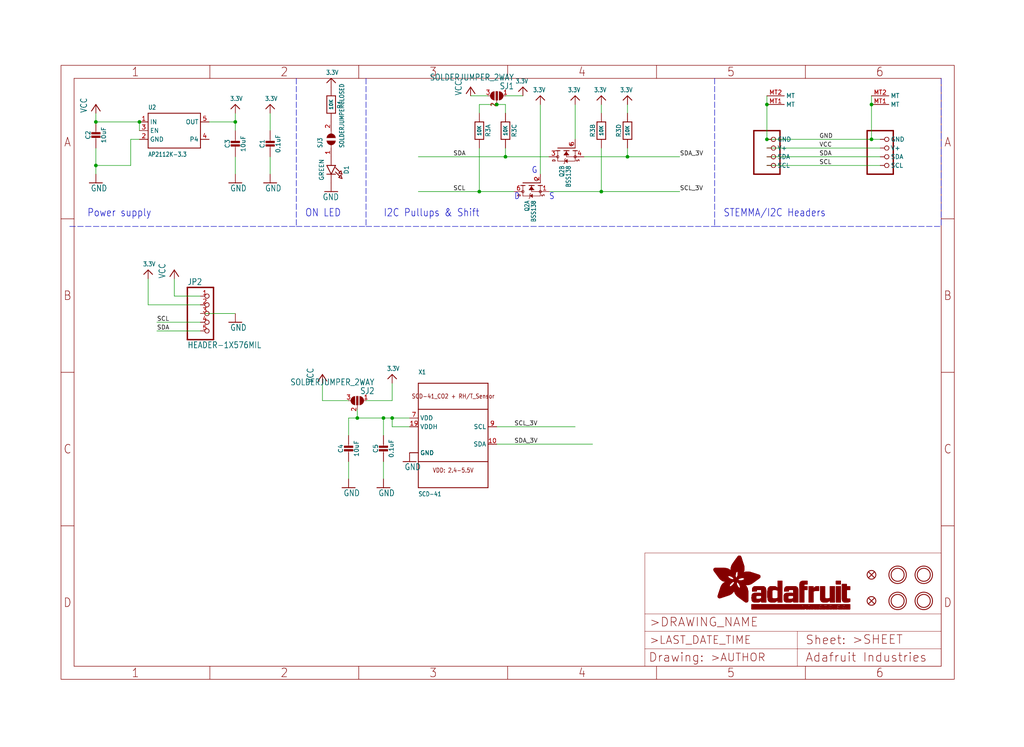
<source format=kicad_sch>
(kicad_sch (version 20211123) (generator eeschema)
  (paper "User" 298.45 217.881)
  (lib_symbols
    (symbol "eagleSchem-eagle-import:3.3V" (power)
      (property "Value" "3.3V" (at -1.524 1.016 0))
      (symbol "3.3V_1_0"
        (pin power_in line (at 0 -2.54 90) (length 2.54) (name "3.3V") (number "1"))
      )
    )
    (symbol "eagleSchem-eagle-import:CAP_CERAMIC0603_NO"
      (property "Reference" "C" (at -2.29 1.25 90))
      (property "Value" "CAP_CERAMIC0603_NO" (at 2.3 1.25 90))
      (symbol "CAP_CERAMIC0603_NO_1_0"
        (pin passive line (at 0 5.08 270) (length 2.54) (name "1") (number "1"))
        (pin passive line (at 0 -2.54 90) (length 2.54) (name "2") (number "2"))
      )
    )
    (symbol "eagleSchem-eagle-import:CAP_CERAMIC0805-NOOUTLINE"
      (property "Reference" "C" (at -2.29 1.25 90))
      (property "Value" "CAP_CERAMIC0805-NOOUTLINE" (at 2.3 1.25 90))
      (symbol "CAP_CERAMIC0805-NOOUTLINE_1_0"
        (pin passive line (at 0 5.08 270) (length 2.54) (name "1") (number "1"))
        (pin passive line (at 0 -2.54 90) (length 2.54) (name "2") (number "2"))
      )
    )
    (symbol "eagleSchem-eagle-import:FIDUCIAL_1MM")
    (symbol "eagleSchem-eagle-import:FRAME_A4_ADAFRUIT"
      (symbol "FRAME_A4_ADAFRUIT_0_0"
        (text "1" (at 21.6958 1.905 0) (effects (font (size 2.54 2.286))))
        (text "1" (at 21.6958 177.165 0) (effects (font (size 2.54 2.286))))
        (text "2" (at 65.0875 1.905 0) (effects (font (size 2.54 2.286))))
        (text "2" (at 65.0875 177.165 0) (effects (font (size 2.54 2.286))))
        (text "3" (at 108.4792 1.905 0) (effects (font (size 2.54 2.286))))
        (text "3" (at 108.4792 177.165 0) (effects (font (size 2.54 2.286))))
        (text "4" (at 151.8708 1.905 0) (effects (font (size 2.54 2.286))))
        (text "4" (at 151.8708 177.165 0) (effects (font (size 2.54 2.286))))
        (text "5" (at 195.2625 1.905 0) (effects (font (size 2.54 2.286))))
        (text "5" (at 195.2625 177.165 0) (effects (font (size 2.54 2.286))))
        (text "6" (at 238.6542 1.905 0) (effects (font (size 2.54 2.286))))
        (text "6" (at 238.6542 177.165 0) (effects (font (size 2.54 2.286))))
        (text "A" (at 1.905 156.6863 0) (effects (font (size 2.54 2.286))))
        (text "A" (at 258.445 156.6863 0) (effects (font (size 2.54 2.286))))
        (text "B" (at 1.905 111.9188 0) (effects (font (size 2.54 2.286))))
        (text "B" (at 258.445 111.9188 0) (effects (font (size 2.54 2.286))))
        (text "C" (at 1.905 67.1513 0) (effects (font (size 2.54 2.286))))
        (text "C" (at 258.445 67.1513 0) (effects (font (size 2.54 2.286))))
        (text "D" (at 1.905 22.3838 0) (effects (font (size 2.54 2.286))))
        (text "D" (at 258.445 22.3838 0) (effects (font (size 2.54 2.286))))
      )
      (symbol "FRAME_A4_ADAFRUIT_1_0"
        (text ">AUTHOR" (at 189.23 5.08 0) (effects (font (size 2.286 2.286)) (justify left bottom)))
        (text ">DRAWING_NAME" (at 171.45 15.24 0) (effects (font (size 2.54 2.54)) (justify left bottom)))
        (text ">LAST_DATE_TIME" (at 171.45 10.16 0) (effects (font (size 2.286 2.286)) (justify left bottom)))
        (text ">SHEET" (at 230.505 10.16 0) (effects (font (size 2.54 2.54)) (justify left bottom)))
        (text "Adafruit Industries" (at 216.916 4.953 0) (effects (font (size 2.54 2.54)) (justify left bottom)))
        (text "Drawing:" (at 171.196 4.953 0) (effects (font (size 2.54 2.54)) (justify left bottom)))
        (text "Sheet:" (at 216.916 10.033 0) (effects (font (size 2.54 2.54)) (justify left bottom)))
      )
    )
    (symbol "eagleSchem-eagle-import:GND" (power)
      (property "Value" "GND" (at -2.54 -2.54 0))
      (symbol "GND_1_0"
        (pin power_in line (at 0 2.54 270) (length 2.54) (name "GND") (number "1"))
      )
    )
    (symbol "eagleSchem-eagle-import:HEADER-1X576MIL"
      (property "Reference" "JP" (at -6.35 8.255 0))
      (property "Value" "HEADER-1X576MIL" (at -6.35 -10.16 0))
      (symbol "HEADER-1X576MIL_1_0"
        (pin passive inverted (at -2.54 5.08 0) (length 2.54) (name "1") (number "1"))
        (pin passive inverted (at -2.54 2.54 0) (length 2.54) (name "2") (number "2"))
        (pin passive inverted (at -2.54 0 0) (length 2.54) (name "3") (number "3"))
        (pin passive inverted (at -2.54 -2.54 0) (length 2.54) (name "4") (number "4"))
        (pin passive inverted (at -2.54 -5.08 0) (length 2.54) (name "5") (number "5"))
      )
    )
    (symbol "eagleSchem-eagle-import:LED0603_NOOUTLINE"
      (property "Reference" "D" (at -1.27 4.445 0))
      (property "Value" "LED0603_NOOUTLINE" (at -1.27 -2.794 0))
      (symbol "LED0603_NOOUTLINE_1_0"
        (pin passive line (at -5.08 0 0) (length 2.54) (name "A") (number "A"))
        (pin passive line (at 2.54 0 180) (length 2.54) (name "C") (number "C"))
      )
    )
    (symbol "eagleSchem-eagle-import:MOSFET-N_DUAL"
      (property "Reference" "Q" (at 5.08 0.635 0))
      (property "Value" "MOSFET-N_DUAL" (at 5.08 -1.27 0))
      (symbol "MOSFET-N_DUAL_1_0"
        (text "D" (at 3.175 3.175 0) (effects (font (size 0.8128 0.6908)) (justify left bottom)))
        (text "G" (at -1.27 -1.905 0) (effects (font (size 0.8128 0.6908)) (justify left bottom)))
        (text "S" (at 3.175 -3.81 0) (effects (font (size 0.8128 0.6908)) (justify left bottom)))
        (pin bidirectional line (at 2.54 -5.08 90) (length 2.54) (name "S") (number "1"))
        (pin bidirectional line (at -2.54 -2.54 0) (length 2.54) (name "G") (number "2"))
        (pin bidirectional line (at 2.54 5.08 270) (length 2.54) (name "D") (number "6"))
      )
      (symbol "MOSFET-N_DUAL_2_0"
        (text "D" (at 3.175 3.175 0) (effects (font (size 0.8128 0.6908)) (justify left bottom)))
        (text "G" (at -1.27 -1.905 0) (effects (font (size 0.8128 0.6908)) (justify left bottom)))
        (text "S" (at 3.175 -3.81 0) (effects (font (size 0.8128 0.6908)) (justify left bottom)))
        (pin bidirectional line (at 2.54 5.08 270) (length 2.54) (name "D") (number "3"))
        (pin bidirectional line (at 2.54 -5.08 90) (length 2.54) (name "S") (number "4"))
        (pin bidirectional line (at -2.54 -2.54 0) (length 2.54) (name "G") (number "5"))
      )
    )
    (symbol "eagleSchem-eagle-import:MOUNTINGHOLE3.0THIN")
    (symbol "eagleSchem-eagle-import:RESISTOR_0603_NOOUT"
      (property "Reference" "R" (at 0 2.54 0))
      (property "Value" "RESISTOR_0603_NOOUT" (at 0 0 0))
      (symbol "RESISTOR_0603_NOOUT_1_0"
        (pin passive line (at -5.08 0 0) (length 2.54) (name "1") (number "1"))
        (pin passive line (at 5.08 0 180) (length 2.54) (name "2") (number "2"))
      )
    )
    (symbol "eagleSchem-eagle-import:RESISTOR_4PACK"
      (property "Reference" "R" (at 0 2.54 0))
      (property "Value" "RESISTOR_4PACK" (at 0 0 0))
      (symbol "RESISTOR_4PACK_1_0"
        (pin passive line (at -5.08 0 0) (length 2.54) (name "1") (number "1"))
        (pin passive line (at 5.08 0 180) (length 2.54) (name "2") (number "8"))
      )
      (symbol "RESISTOR_4PACK_2_0"
        (pin passive line (at -5.08 0 0) (length 2.54) (name "1") (number "2"))
        (pin passive line (at 5.08 0 180) (length 2.54) (name "2") (number "7"))
      )
      (symbol "RESISTOR_4PACK_3_0"
        (pin passive line (at -5.08 0 0) (length 2.54) (name "1") (number "3"))
        (pin passive line (at 5.08 0 180) (length 2.54) (name "2") (number "6"))
      )
      (symbol "RESISTOR_4PACK_4_0"
        (pin passive line (at -5.08 0 0) (length 2.54) (name "1") (number "4"))
        (pin passive line (at 5.08 0 180) (length 2.54) (name "2") (number "5"))
      )
    )
    (symbol "eagleSchem-eagle-import:SCD-41"
      (property "Reference" "X" (at -10.16 17.78 0))
      (property "Value" "SCD-41" (at -10.16 -17.78 0))
      (symbol "SCD-41_1_0"
        (text "SCD-41_CO2 + RH/T_Sensor" (at 0 11.43 0) (effects (font (size 1.27 1.0795))))
        (text "VDD: 2.4-5.5V" (at 0 -10.16 0) (effects (font (size 1.27 1.0795))))
        (pin bidirectional line (at 12.7 -2.54 180) (length 2.54) (name "SDA") (number "10"))
        (pin power_in line (at -12.7 2.54 0) (length 2.54) (name "VDDH") (number "19"))
        (pin power_in line (at -12.7 -5.08 0) (length 2.54) (name "GND") (number "20"))
        (pin power_in line (at -12.7 -5.08 0) (length 2.54) (name "GND") (number "6"))
        (pin power_in line (at -12.7 5.08 0) (length 2.54) (name "VDD") (number "7"))
        (pin input line (at 12.7 2.54 180) (length 2.54) (name "SCL") (number "9"))
        (pin power_in line (at -12.7 -5.08 0) (length 2.54) (name "GND") (number "P$1"))
      )
    )
    (symbol "eagleSchem-eagle-import:SOLDERJUMPERCLOSED"
      (property "Reference" "SJ" (at -2.54 2.54 0))
      (property "Value" "SOLDERJUMPERCLOSED" (at -2.54 -3.81 0))
      (symbol "SOLDERJUMPERCLOSED_1_0"
        (pin passive line (at -5.08 0 0) (length 2.54) (name "1") (number "1"))
        (pin passive line (at 5.08 0 180) (length 2.54) (name "2") (number "2"))
      )
    )
    (symbol "eagleSchem-eagle-import:SOLDERJUMPER_2WAY"
      (property "Reference" "SJ" (at -5.08 -3.81 0))
      (property "Value" "SOLDERJUMPER_2WAY" (at -5.08 -6.35 0))
      (symbol "SOLDERJUMPER_2WAY_1_0"
        (pin passive line (at -2.54 0 0) (length 0) (name "1") (number "1"))
        (pin passive line (at 0 2.54 270) (length 0) (name "2") (number "2"))
        (pin passive line (at 2.54 0 180) (length 0) (name "3") (number "3"))
      )
    )
    (symbol "eagleSchem-eagle-import:STEMMA_I2C_QT"
      (symbol "STEMMA_I2C_QT_1_0"
        (pin passive inverted (at 0 5.08 0) (length 2.54) (name "GND") (number "1"))
        (pin passive inverted (at 0 2.54 0) (length 2.54) (name "V+") (number "2"))
        (pin passive inverted (at 0 0 0) (length 2.54) (name "SDA") (number "3"))
        (pin passive inverted (at 0 -2.54 0) (length 2.54) (name "SCL") (number "4"))
      )
      (symbol "STEMMA_I2C_QT_2_0"
        (pin bidirectional line (at 0 0 0) (length 5.08) (name "MT") (number "MT1"))
      )
      (symbol "STEMMA_I2C_QT_3_0"
        (pin bidirectional line (at 0 0 0) (length 5.08) (name "MT") (number "MT2"))
      )
    )
    (symbol "eagleSchem-eagle-import:VCC" (power)
      (property "Value" "VCC" (at -2.54 -2.54 90))
      (symbol "VCC_1_0"
        (pin power_in line (at 0 -2.54 90) (length 2.54) (name "VCC") (number "1"))
      )
    )
    (symbol "eagleSchem-eagle-import:VREG_SOT23-5"
      (property "Reference" "U" (at -7.62 6.096 0))
      (property "Value" "VREG_SOT23-5" (at -7.62 -7.62 0))
      (symbol "VREG_SOT23-5_1_0"
        (pin power_in line (at -10.16 2.54 0) (length 2.54) (name "IN") (number "1"))
        (pin power_in line (at -10.16 -2.54 0) (length 2.54) (name "GND") (number "2"))
        (pin input line (at -10.16 0 0) (length 2.54) (name "EN") (number "3"))
        (pin bidirectional line (at 10.16 -2.54 180) (length 2.54) (name "P4") (number "4"))
        (pin power_in line (at 10.16 2.54 180) (length 2.54) (name "OUT") (number "5"))
      )
    )
  )
  (junction (at 254 30.48))
  (junction (at 40.64 35.56))
  (junction (at 223.52 30.48))
  (junction (at 175.26 55.88))
  (junction (at 27.94 48.26))
  (junction (at 139.7 55.88))
  (junction (at 254 40.64))
  (junction (at 147.32 45.72))
  (junction (at 27.94 35.56))
  (junction (at 111.76 121.92))
  (junction (at 68.58 35.56))
  (junction (at 144.78 30.48))
  (junction (at 182.88 45.72))
  (junction (at 114.3 121.92))
  (junction (at 223.52 40.64))
  (junction (at 104.14 121.92))
  (wire (pts (xy 43.18 88.9) (xy 43.18 81.28)))
  (wire (pts (xy 182.88 43.18) (xy 182.88 45.72)))
  (wire (pts (xy 147.32 33.02) (xy 147.32 30.48)))
  (wire (pts (xy 114.3 116.84) (xy 114.3 111.76)))
  (wire (pts (xy 254 27.94) (xy 254 30.48)))
  (wire (pts (xy 223.52 27.94) (xy 223.52 30.48)))
  (polyline (pts (xy 208.28 22.86) (xy 208.28 66.04)))
  (wire (pts (xy 119.38 121.92) (xy 114.3 121.92)))
  (wire (pts (xy 68.58 35.56) (xy 68.58 33.02)))
  (wire (pts (xy 93.98 116.84) (xy 93.98 111.76)))
  (wire (pts (xy 114.3 124.46) (xy 114.3 121.92)))
  (wire (pts (xy 160.02 45.72) (xy 147.32 45.72)))
  (polyline (pts (xy 106.68 22.86) (xy 106.68 66.04)))
  (wire (pts (xy 147.32 43.18) (xy 147.32 45.72)))
  (wire (pts (xy 27.94 48.26) (xy 27.94 43.18)))
  (wire (pts (xy 142.24 27.94) (xy 137.16 27.94)))
  (wire (pts (xy 111.76 121.92) (xy 111.76 127)))
  (wire (pts (xy 182.88 45.72) (xy 198.12 45.72)))
  (wire (pts (xy 50.8 86.36) (xy 50.8 81.28)))
  (wire (pts (xy 256.54 40.64) (xy 254 40.64)))
  (wire (pts (xy 40.64 38.1) (xy 40.64 35.56)))
  (wire (pts (xy 101.6 121.92) (xy 104.14 121.92)))
  (wire (pts (xy 144.78 30.48) (xy 147.32 30.48)))
  (wire (pts (xy 254 30.48) (xy 254 40.64)))
  (polyline (pts (xy 86.36 22.86) (xy 86.36 66.04)))
  (wire (pts (xy 111.76 121.92) (xy 104.14 121.92)))
  (wire (pts (xy 101.6 116.84) (xy 93.98 116.84)))
  (polyline (pts (xy 20.32 66.04) (xy 86.36 66.04)))
  (wire (pts (xy 78.74 33.02) (xy 78.74 38.1)))
  (wire (pts (xy 144.78 30.48) (xy 139.7 30.48)))
  (wire (pts (xy 160.02 55.88) (xy 175.26 55.88)))
  (wire (pts (xy 40.64 40.64) (xy 38.1 40.64)))
  (wire (pts (xy 149.86 55.88) (xy 139.7 55.88)))
  (polyline (pts (xy 86.36 66.04) (xy 106.68 66.04)))
  (wire (pts (xy 157.48 50.8) (xy 157.48 30.48)))
  (wire (pts (xy 147.32 45.72) (xy 121.92 45.72)))
  (wire (pts (xy 27.94 48.26) (xy 27.94 50.8)))
  (wire (pts (xy 111.76 134.62) (xy 111.76 139.7)))
  (wire (pts (xy 175.26 43.18) (xy 175.26 55.88)))
  (wire (pts (xy 58.42 96.52) (xy 45.72 96.52)))
  (wire (pts (xy 101.6 134.62) (xy 101.6 139.7)))
  (wire (pts (xy 223.52 43.18) (xy 256.54 43.18)))
  (wire (pts (xy 38.1 40.64) (xy 38.1 48.26)))
  (wire (pts (xy 119.38 124.46) (xy 114.3 124.46)))
  (wire (pts (xy 144.78 124.46) (xy 167.64 124.46)))
  (wire (pts (xy 175.26 55.88) (xy 198.12 55.88)))
  (wire (pts (xy 182.88 33.02) (xy 182.88 30.48)))
  (wire (pts (xy 40.64 35.56) (xy 27.94 35.56)))
  (wire (pts (xy 223.52 48.26) (xy 256.54 48.26)))
  (wire (pts (xy 78.74 45.72) (xy 78.74 50.8)))
  (wire (pts (xy 170.18 45.72) (xy 182.88 45.72)))
  (wire (pts (xy 147.32 27.94) (xy 152.4 27.94)))
  (wire (pts (xy 139.7 55.88) (xy 121.92 55.88)))
  (wire (pts (xy 27.94 33.02) (xy 27.94 35.56)))
  (wire (pts (xy 167.64 40.64) (xy 167.64 30.48)))
  (wire (pts (xy 223.52 30.48) (xy 223.52 40.64)))
  (wire (pts (xy 58.42 88.9) (xy 43.18 88.9)))
  (wire (pts (xy 58.42 86.36) (xy 50.8 86.36)))
  (polyline (pts (xy 208.28 66.04) (xy 274.32 66.04)))
  (polyline (pts (xy 106.68 66.04) (xy 208.28 66.04)))
  (wire (pts (xy 58.42 93.98) (xy 45.72 93.98)))
  (polyline (pts (xy 274.32 22.86) (xy 274.32 66.04)))
  (wire (pts (xy 175.26 33.02) (xy 175.26 30.48)))
  (wire (pts (xy 68.58 45.72) (xy 68.58 50.8)))
  (wire (pts (xy 58.42 91.44) (xy 68.58 91.44)))
  (wire (pts (xy 256.54 45.72) (xy 223.52 45.72)))
  (wire (pts (xy 101.6 127) (xy 101.6 121.92)))
  (wire (pts (xy 60.96 35.56) (xy 68.58 35.56)))
  (wire (pts (xy 139.7 43.18) (xy 139.7 55.88)))
  (wire (pts (xy 106.68 116.84) (xy 114.3 116.84)))
  (wire (pts (xy 144.78 129.54) (xy 172.72 129.54)))
  (wire (pts (xy 139.7 30.48) (xy 139.7 33.02)))
  (wire (pts (xy 104.14 121.92) (xy 104.14 119.38)))
  (wire (pts (xy 254 40.64) (xy 223.52 40.64)))
  (wire (pts (xy 38.1 48.26) (xy 27.94 48.26)))
  (wire (pts (xy 68.58 35.56) (xy 68.58 38.1)))
  (wire (pts (xy 114.3 121.92) (xy 111.76 121.92)))
  (text "S" (at 160.02 58.42 180) (effects (font (size 1.778 1.5113)) (justify left bottom)))
  (text "G" (at 154.94 50.8 180) (effects (font (size 1.778 1.5113)) (justify left bottom)))
  (text "I2C Pullups & Shift" (at 111.76 63.5 180) (effects (font (size 2.1844 1.8567)) (justify left bottom)))
  (text "ON LED" (at 88.9 63.5 180) (effects (font (size 2.1844 1.8567)) (justify left bottom)))
  (text "STEMMA/I2C Headers" (at 210.82 63.5 180) (effects (font (size 2.1844 1.8567)) (justify left bottom)))
  (text "D" (at 149.86 58.42 180) (effects (font (size 1.778 1.5113)) (justify left bottom)))
  (text "Power supply" (at 25.4 63.5 180) (effects (font (size 2.1844 1.8567)) (justify left bottom)))
  (label "SDA" (at 45.72 96.52 0) (effects (font (size 1.2446 1.2446))))
  (label "SDA" (at 132.08 45.72 0) (effects (font (size 1.2446 1.2446))))
  (label "SCL" (at 45.72 93.98 0) (effects (font (size 1.2446 1.2446))))
  (label "SDA_3V" (at 198.12 45.72 0) (effects (font (size 1.2446 1.2446))))
  (label "SCL" (at 238.76 48.26 0) (effects (font (size 1.2446 1.2446))))
  (label "SCL_3V" (at 198.12 55.88 0) (effects (font (size 1.2446 1.2446))))
  (label "SCL" (at 132.08 55.88 0) (effects (font (size 1.2446 1.2446))))
  (label "SDA" (at 238.76 45.72 0) (effects (font (size 1.2446 1.2446))))
  (label "GND" (at 238.76 40.64 0) (effects (font (size 1.2446 1.2446))))
  (label "SCL_3V" (at 149.86 124.46 0) (effects (font (size 1.2446 1.2446))))
  (label "VCC" (at 238.76 43.18 0) (effects (font (size 1.2446 1.2446))))
  (label "SDA_3V" (at 149.86 129.54 0) (effects (font (size 1.2446 1.2446))))
  (symbol (lib_id "eagleSchem-eagle-import:3.3V") (at 68.58 30.48 0) (unit 1)
    (property "Reference" "#U$15" (effects hide))
    (property "Value" "3.3V" (at 67.056 29.464 0) (effects (font (size 1.27 1.0795)) (justify left bottom)))
    (property "Footprint" "eagleSchem:" (effects hide))
  )
  (symbol (lib_id "eagleSchem-eagle-import:CAP_CERAMIC0805-NOOUTLINE") (at 27.94 40.64 0) (unit 1)
    (property "Reference" "C2" (at 25.65 39.39 90))
    (property "Value" "10uF" (at 30.24 39.39 90))
    (property "Footprint" "eagleSchem:0805-NO" (effects hide))
  )
  (symbol (lib_id "eagleSchem-eagle-import:MOUNTINGHOLE3.0THIN") (at 261.62 167.64 0) (unit 1)
    (property "Reference" "U$17" (effects hide))
    (property "Value" "MOUNTINGHOLE3.0THIN" (effects hide))
    (property "Footprint" "eagleSchem:MOUNTINGHOLE_3.0_PLATEDTHIN" (effects hide))
  )
  (symbol (lib_id "eagleSchem-eagle-import:RESISTOR_4PACK") (at 147.32 38.1 270) (unit 3)
    (property "Reference" "R3" (at 149.86 38.1 0))
    (property "Value" "10K" (at 147.32 38.1 0) (effects (font (size 1.016 1.016) bold)))
    (property "Footprint" "eagleSchem:RESPACK_4X0603" (effects hide))
  )
  (symbol (lib_id "eagleSchem-eagle-import:CAP_CERAMIC0805-NOOUTLINE") (at 101.6 132.08 0) (unit 1)
    (property "Reference" "C4" (at 99.31 130.83 90))
    (property "Value" "10uF" (at 103.9 130.83 90))
    (property "Footprint" "eagleSchem:0805-NO" (effects hide))
  )
  (symbol (lib_id "eagleSchem-eagle-import:3.3V") (at 182.88 27.94 0) (mirror y) (unit 1)
    (property "Reference" "#U$7" (effects hide))
    (property "Value" "3.3V" (at 184.404 26.924 0) (effects (font (size 1.27 1.0795)) (justify left bottom)))
    (property "Footprint" "eagleSchem:" (effects hide))
  )
  (symbol (lib_id "eagleSchem-eagle-import:MOSFET-N_DUAL") (at 165.1 43.18 90) (mirror x) (unit 2)
    (property "Reference" "Q2" (at 164.465 48.26 0) (effects (font (size 1.27 1.0795)) (justify left bottom)))
    (property "Value" "BSS138" (at 166.37 48.26 0) (effects (font (size 1.27 1.0795)) (justify left bottom)))
    (property "Footprint" "eagleSchem:SOT363" (effects hide))
  )
  (symbol (lib_id "eagleSchem-eagle-import:LED0603_NOOUTLINE") (at 96.52 50.8 270) (unit 1)
    (property "Reference" "D1" (at 100.965 49.53 0))
    (property "Value" "GREEN" (at 93.726 49.53 0))
    (property "Footprint" "eagleSchem:CHIPLED_0603_NOOUTLINE" (effects hide))
  )
  (symbol (lib_id "eagleSchem-eagle-import:CAP_CERAMIC0603_NO") (at 111.76 132.08 0) (unit 1)
    (property "Reference" "C5" (at 109.47 130.83 90))
    (property "Value" "0.1uF" (at 114.06 130.83 90))
    (property "Footprint" "eagleSchem:0603-NO" (effects hide))
  )
  (symbol (lib_id "eagleSchem-eagle-import:RESISTOR_4PACK") (at 175.26 38.1 90) (mirror x) (unit 2)
    (property "Reference" "R3" (at 172.72 38.1 0))
    (property "Value" "10K" (at 175.26 38.1 0) (effects (font (size 1.016 1.016) bold)))
    (property "Footprint" "eagleSchem:RESPACK_4X0603" (effects hide))
  )
  (symbol (lib_id "eagleSchem-eagle-import:STEMMA_I2C_QT") (at 223.52 30.48 0) (unit 2)
    (property "Reference" "CONN3" (effects hide))
    (property "Value" "STEMMA_I2C_QT" (effects hide))
    (property "Footprint" "eagleSchem:JST_SH4" (effects hide))
  )
  (symbol (lib_id "eagleSchem-eagle-import:3.3V") (at 152.4 25.4 0) (mirror y) (unit 1)
    (property "Reference" "#U$8" (effects hide))
    (property "Value" "3.3V" (at 153.924 24.384 0) (effects (font (size 1.27 1.0795)) (justify left bottom)))
    (property "Footprint" "eagleSchem:" (effects hide))
  )
  (symbol (lib_id "eagleSchem-eagle-import:STEMMA_I2C_QT") (at 254 30.48 0) (unit 2)
    (property "Reference" "CONN4" (effects hide))
    (property "Value" "STEMMA_I2C_QT" (effects hide))
    (property "Footprint" "eagleSchem:JST_SH4" (effects hide))
  )
  (symbol (lib_id "eagleSchem-eagle-import:MOSFET-N_DUAL") (at 154.94 53.34 90) (mirror x) (unit 1)
    (property "Reference" "Q2" (at 154.305 58.42 0) (effects (font (size 1.27 1.0795)) (justify left bottom)))
    (property "Value" "BSS138" (at 156.21 58.42 0) (effects (font (size 1.27 1.0795)) (justify left bottom)))
    (property "Footprint" "eagleSchem:SOT363" (effects hide))
  )
  (symbol (lib_id "eagleSchem-eagle-import:MOUNTINGHOLE3.0THIN") (at 269.24 175.26 0) (unit 1)
    (property "Reference" "U$21" (effects hide))
    (property "Value" "MOUNTINGHOLE3.0THIN" (effects hide))
    (property "Footprint" "eagleSchem:MOUNTINGHOLE_3.0_PLATEDTHIN" (effects hide))
  )
  (symbol (lib_id "eagleSchem-eagle-import:VCC") (at 137.16 25.4 0) (unit 1)
    (property "Reference" "#P+1" (effects hide))
    (property "Value" "VCC" (at 134.62 27.94 90) (effects (font (size 1.778 1.5113)) (justify left bottom)))
    (property "Footprint" "eagleSchem:" (effects hide))
  )
  (symbol (lib_id "eagleSchem-eagle-import:3.3V") (at 43.18 78.74 0) (unit 1)
    (property "Reference" "#U$16" (effects hide))
    (property "Value" "3.3V" (at 41.656 77.724 0) (effects (font (size 1.27 1.0795)) (justify left bottom)))
    (property "Footprint" "eagleSchem:" (effects hide))
  )
  (symbol (lib_id "eagleSchem-eagle-import:STEMMA_I2C_QT") (at 254 27.94 0) (unit 3)
    (property "Reference" "CONN4" (effects hide))
    (property "Value" "STEMMA_I2C_QT" (effects hide))
    (property "Footprint" "eagleSchem:JST_SH4" (effects hide))
  )
  (symbol (lib_id "eagleSchem-eagle-import:MOUNTINGHOLE3.0THIN") (at 269.24 167.64 0) (unit 1)
    (property "Reference" "U$19" (effects hide))
    (property "Value" "MOUNTINGHOLE3.0THIN" (effects hide))
    (property "Footprint" "eagleSchem:MOUNTINGHOLE_3.0_PLATEDTHIN" (effects hide))
  )
  (symbol (lib_id "eagleSchem-eagle-import:SOLDERJUMPER_2WAY") (at 104.14 116.84 180) (unit 1)
    (property "Reference" "SJ2" (at 109.22 113.03 0) (effects (font (size 1.778 1.5113)) (justify left bottom)))
    (property "Value" "SOLDERJUMPER_2WAY" (at 109.22 110.49 0) (effects (font (size 1.778 1.5113)) (justify left bottom)))
    (property "Footprint" "eagleSchem:SOLDERJUMPER_2WAY_OPEN_NOPASTE" (effects hide))
  )
  (symbol (lib_id "eagleSchem-eagle-import:STEMMA_I2C_QT") (at 223.52 45.72 0) (unit 1)
    (property "Reference" "CONN3" (effects hide))
    (property "Value" "STEMMA_I2C_QT" (effects hide))
    (property "Footprint" "eagleSchem:JST_SH4" (effects hide))
  )
  (symbol (lib_id "eagleSchem-eagle-import:FIDUCIAL_1MM") (at 254 167.64 0) (unit 1)
    (property "Reference" "FID4" (effects hide))
    (property "Value" "FIDUCIAL_1MM" (effects hide))
    (property "Footprint" "eagleSchem:FIDUCIAL_1MM" (effects hide))
  )
  (symbol (lib_id "eagleSchem-eagle-import:SCD-41") (at 132.08 127 0) (unit 1)
    (property "Reference" "X1" (at 121.92 109.22 0) (effects (font (size 1.27 1.0795)) (justify left bottom)))
    (property "Value" "SCD-41" (at 121.92 144.78 0) (effects (font (size 1.27 1.0795)) (justify left bottom)))
    (property "Footprint" "eagleSchem:SCD41" (effects hide))
  )
  (symbol (lib_id "eagleSchem-eagle-import:RESISTOR_0603_NOOUT") (at 96.52 30.48 270) (unit 1)
    (property "Reference" "R1" (at 99.06 30.48 0))
    (property "Value" "10K" (at 96.52 30.48 0) (effects (font (size 1.016 1.016) bold)))
    (property "Footprint" "eagleSchem:0603-NO" (effects hide))
  )
  (symbol (lib_id "eagleSchem-eagle-import:VCC") (at 27.94 30.48 0) (unit 1)
    (property "Reference" "#P+3" (effects hide))
    (property "Value" "VCC" (at 25.4 33.02 90) (effects (font (size 1.778 1.5113)) (justify left bottom)))
    (property "Footprint" "eagleSchem:" (effects hide))
  )
  (symbol (lib_id "eagleSchem-eagle-import:HEADER-1X576MIL") (at 60.96 91.44 0) (unit 1)
    (property "Reference" "JP2" (at 54.61 83.185 0) (effects (font (size 1.778 1.5113)) (justify left bottom)))
    (property "Value" "HEADER-1X576MIL" (at 54.61 101.6 0) (effects (font (size 1.778 1.5113)) (justify left bottom)))
    (property "Footprint" "eagleSchem:1X05_ROUND_76" (effects hide))
  )
  (symbol (lib_id "eagleSchem-eagle-import:VCC") (at 50.8 78.74 0) (unit 1)
    (property "Reference" "#P+4" (effects hide))
    (property "Value" "VCC" (at 48.26 81.28 90) (effects (font (size 1.778 1.5113)) (justify left bottom)))
    (property "Footprint" "eagleSchem:" (effects hide))
  )
  (symbol (lib_id "eagleSchem-eagle-import:GND") (at 96.52 55.88 0) (unit 1)
    (property "Reference" "#GND6" (effects hide))
    (property "Value" "GND" (at 93.98 58.42 0) (effects (font (size 1.778 1.5113)) (justify left bottom)))
    (property "Footprint" "eagleSchem:" (effects hide))
  )
  (symbol (lib_id "eagleSchem-eagle-import:MOUNTINGHOLE3.0THIN") (at 261.62 175.26 0) (unit 1)
    (property "Reference" "U$1" (effects hide))
    (property "Value" "MOUNTINGHOLE3.0THIN" (effects hide))
    (property "Footprint" "eagleSchem:MOUNTINGHOLE_3.0_PLATEDTHIN" (effects hide))
  )
  (symbol (lib_id "eagleSchem-eagle-import:GND") (at 27.94 53.34 0) (unit 1)
    (property "Reference" "#U$13" (effects hide))
    (property "Value" "GND" (at 26.416 55.88 0) (effects (font (size 1.778 1.5113)) (justify left bottom)))
    (property "Footprint" "eagleSchem:" (effects hide))
  )
  (symbol (lib_id "eagleSchem-eagle-import:GND") (at 111.76 142.24 0) (unit 1)
    (property "Reference" "#U$11" (effects hide))
    (property "Value" "GND" (at 110.236 144.78 0) (effects (font (size 1.778 1.5113)) (justify left bottom)))
    (property "Footprint" "eagleSchem:" (effects hide))
  )
  (symbol (lib_id "eagleSchem-eagle-import:3.3V") (at 167.64 27.94 0) (mirror y) (unit 1)
    (property "Reference" "#U$23" (effects hide))
    (property "Value" "3.3V" (at 169.164 26.924 0) (effects (font (size 1.27 1.0795)) (justify left bottom)))
    (property "Footprint" "eagleSchem:" (effects hide))
  )
  (symbol (lib_id "eagleSchem-eagle-import:RESISTOR_4PACK") (at 139.7 38.1 270) (unit 1)
    (property "Reference" "R3" (at 142.24 38.1 0))
    (property "Value" "10K" (at 139.7 38.1 0) (effects (font (size 1.016 1.016) bold)))
    (property "Footprint" "eagleSchem:RESPACK_4X0603" (effects hide))
  )
  (symbol (lib_id "eagleSchem-eagle-import:3.3V") (at 78.74 30.48 0) (unit 1)
    (property "Reference" "#U$14" (effects hide))
    (property "Value" "3.3V" (at 77.216 29.464 0) (effects (font (size 1.27 1.0795)) (justify left bottom)))
    (property "Footprint" "eagleSchem:" (effects hide))
  )
  (symbol (lib_id "eagleSchem-eagle-import:GND") (at 68.58 53.34 0) (unit 1)
    (property "Reference" "#U$5" (effects hide))
    (property "Value" "GND" (at 67.056 55.88 0) (effects (font (size 1.778 1.5113)) (justify left bottom)))
    (property "Footprint" "eagleSchem:" (effects hide))
  )
  (symbol (lib_id "eagleSchem-eagle-import:3.3V") (at 157.48 27.94 0) (mirror y) (unit 1)
    (property "Reference" "#U$26" (effects hide))
    (property "Value" "3.3V" (at 159.004 26.924 0) (effects (font (size 1.27 1.0795)) (justify left bottom)))
    (property "Footprint" "eagleSchem:" (effects hide))
  )
  (symbol (lib_id "eagleSchem-eagle-import:3.3V") (at 96.52 22.86 0) (unit 1)
    (property "Reference" "#U$3" (effects hide))
    (property "Value" "3.3V" (at 94.996 21.844 0) (effects (font (size 1.27 1.0795)) (justify left bottom)))
    (property "Footprint" "eagleSchem:" (effects hide))
  )
  (symbol (lib_id "eagleSchem-eagle-import:STEMMA_I2C_QT") (at 256.54 45.72 0) (unit 1)
    (property "Reference" "CONN4" (effects hide))
    (property "Value" "STEMMA_I2C_QT" (effects hide))
    (property "Footprint" "eagleSchem:JST_SH4" (effects hide))
  )
  (symbol (lib_id "eagleSchem-eagle-import:SOLDERJUMPER_2WAY") (at 144.78 27.94 180) (unit 1)
    (property "Reference" "SJ1" (at 149.86 24.13 0) (effects (font (size 1.778 1.5113)) (justify left bottom)))
    (property "Value" "SOLDERJUMPER_2WAY" (at 149.86 21.59 0) (effects (font (size 1.778 1.5113)) (justify left bottom)))
    (property "Footprint" "eagleSchem:SOLDERJUMPER_2WAY_OPEN_NOPASTE" (effects hide))
  )
  (symbol (lib_id "eagleSchem-eagle-import:CAP_CERAMIC0603_NO") (at 78.74 43.18 0) (unit 1)
    (property "Reference" "C1" (at 76.45 41.93 90))
    (property "Value" "0.1uF" (at 81.04 41.93 90))
    (property "Footprint" "eagleSchem:0603-NO" (effects hide))
  )
  (symbol (lib_id "eagleSchem-eagle-import:GND") (at 78.74 53.34 0) (unit 1)
    (property "Reference" "#U$6" (effects hide))
    (property "Value" "GND" (at 77.216 55.88 0) (effects (font (size 1.778 1.5113)) (justify left bottom)))
    (property "Footprint" "eagleSchem:" (effects hide))
  )
  (symbol (lib_id "eagleSchem-eagle-import:RESISTOR_4PACK") (at 182.88 38.1 90) (mirror x) (unit 4)
    (property "Reference" "R3" (at 180.34 38.1 0))
    (property "Value" "10K" (at 182.88 38.1 0) (effects (font (size 1.016 1.016) bold)))
    (property "Footprint" "eagleSchem:RESPACK_4X0603" (effects hide))
  )
  (symbol (lib_id "eagleSchem-eagle-import:GND") (at 101.6 142.24 0) (unit 1)
    (property "Reference" "#U$9" (effects hide))
    (property "Value" "GND" (at 100.076 144.78 0) (effects (font (size 1.778 1.5113)) (justify left bottom)))
    (property "Footprint" "eagleSchem:" (effects hide))
  )
  (symbol (lib_id "eagleSchem-eagle-import:VCC") (at 93.98 109.22 0) (unit 1)
    (property "Reference" "#P+2" (effects hide))
    (property "Value" "VCC" (at 91.44 111.76 90) (effects (font (size 1.778 1.5113)) (justify left bottom)))
    (property "Footprint" "eagleSchem:" (effects hide))
  )
  (symbol (lib_id "eagleSchem-eagle-import:FRAME_A4_ADAFRUIT") (at 17.78 198.12 0) (unit 1)
    (property "Reference" "#U$18" (effects hide))
    (property "Value" "FRAME_A4_ADAFRUIT" (effects hide))
    (property "Footprint" "eagleSchem:" (effects hide))
  )
  (symbol (lib_id "eagleSchem-eagle-import:3.3V") (at 175.26 27.94 0) (mirror y) (unit 1)
    (property "Reference" "#U$24" (effects hide))
    (property "Value" "3.3V" (at 176.784 26.924 0) (effects (font (size 1.27 1.0795)) (justify left bottom)))
    (property "Footprint" "eagleSchem:" (effects hide))
  )
  (symbol (lib_id "eagleSchem-eagle-import:GND") (at 119.38 134.62 0) (unit 1)
    (property "Reference" "#U$4" (effects hide))
    (property "Value" "GND" (at 117.856 137.16 0) (effects (font (size 1.778 1.5113)) (justify left bottom)))
    (property "Footprint" "eagleSchem:" (effects hide))
  )
  (symbol (lib_id "eagleSchem-eagle-import:FIDUCIAL_1MM") (at 254 175.26 0) (unit 1)
    (property "Reference" "FID3" (effects hide))
    (property "Value" "FIDUCIAL_1MM" (effects hide))
    (property "Footprint" "eagleSchem:FIDUCIAL_1MM" (effects hide))
  )
  (symbol (lib_id "eagleSchem-eagle-import:VREG_SOT23-5") (at 50.8 38.1 0) (unit 1)
    (property "Reference" "U2" (at 43.18 32.004 0) (effects (font (size 1.27 1.0795)) (justify left bottom)))
    (property "Value" "AP2112K-3.3" (at 43.18 45.72 0) (effects (font (size 1.27 1.0795)) (justify left bottom)))
    (property "Footprint" "eagleSchem:SOT23-5" (effects hide))
  )
  (symbol (lib_id "eagleSchem-eagle-import:CAP_CERAMIC0805-NOOUTLINE") (at 68.58 43.18 0) (unit 1)
    (property "Reference" "C3" (at 66.29 41.93 90))
    (property "Value" "10uF" (at 70.88 41.93 90))
    (property "Footprint" "eagleSchem:0805-NO" (effects hide))
  )
  (symbol (lib_id "eagleSchem-eagle-import:3.3V") (at 114.3 109.22 0) (unit 1)
    (property "Reference" "#U$2" (effects hide))
    (property "Value" "3.3V" (at 112.776 108.204 0) (effects (font (size 1.27 1.0795)) (justify left bottom)))
    (property "Footprint" "eagleSchem:" (effects hide))
  )
  (symbol (lib_id "eagleSchem-eagle-import:SOLDERJUMPERCLOSED") (at 96.52 40.64 90) (unit 1)
    (property "Reference" "SJ3" (at 93.98 43.18 0) (effects (font (size 1.27 1.0795)) (justify left bottom)))
    (property "Value" "SOLDERJUMPERCLOSED" (at 100.33 43.18 0) (effects (font (size 1.27 1.0795)) (justify left bottom)))
    (property "Footprint" "eagleSchem:SOLDERJUMPER_CLOSEDWIRE" (effects hide))
  )
  (symbol (lib_id "eagleSchem-eagle-import:STEMMA_I2C_QT") (at 223.52 27.94 0) (unit 3)
    (property "Reference" "CONN3" (effects hide))
    (property "Value" "STEMMA_I2C_QT" (effects hide))
    (property "Footprint" "eagleSchem:JST_SH4" (effects hide))
  )
  (symbol (lib_id "eagleSchem-eagle-import:GND") (at 68.58 93.98 0) (unit 1)
    (property "Reference" "#U$10" (effects hide))
    (property "Value" "GND" (at 67.056 96.52 0) (effects (font (size 1.778 1.5113)) (justify left bottom)))
    (property "Footprint" "eagleSchem:" (effects hide))
  )
)
</source>
